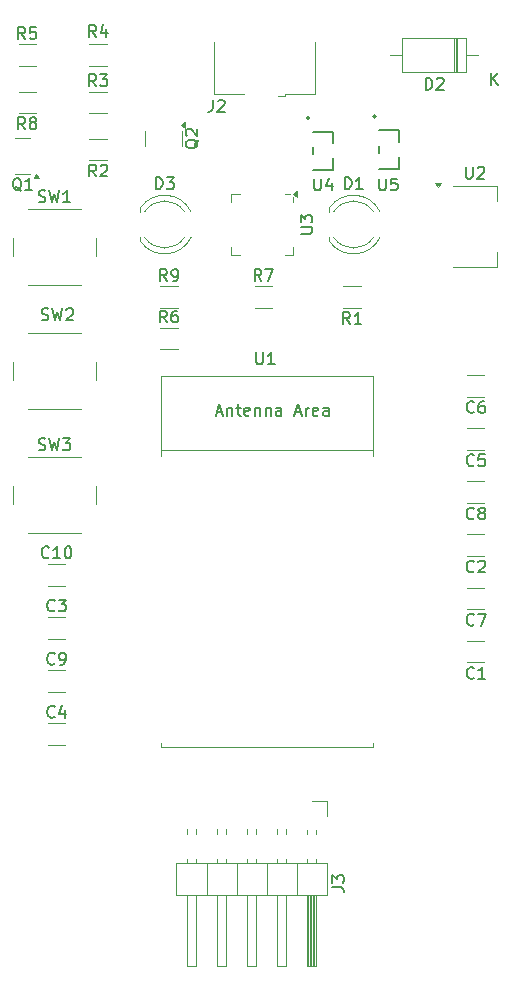
<source format=gbr>
%TF.GenerationSoftware,KiCad,Pcbnew,9.0.0*%
%TF.CreationDate,2025-03-28T11:35:54-04:00*%
%TF.ProjectId,Compute Node,436f6d70-7574-4652-904e-6f64652e6b69,rev?*%
%TF.SameCoordinates,Original*%
%TF.FileFunction,Legend,Top*%
%TF.FilePolarity,Positive*%
%FSLAX46Y46*%
G04 Gerber Fmt 4.6, Leading zero omitted, Abs format (unit mm)*
G04 Created by KiCad (PCBNEW 9.0.0) date 2025-03-28 11:35:54*
%MOMM*%
%LPD*%
G01*
G04 APERTURE LIST*
%ADD10C,0.150000*%
%ADD11C,0.120000*%
%ADD12C,0.152400*%
G04 APERTURE END LIST*
D10*
X65264819Y-87948333D02*
X65979104Y-87948333D01*
X65979104Y-87948333D02*
X66121961Y-87995952D01*
X66121961Y-87995952D02*
X66217200Y-88091190D01*
X66217200Y-88091190D02*
X66264819Y-88234047D01*
X66264819Y-88234047D02*
X66264819Y-88329285D01*
X65264819Y-87567380D02*
X65264819Y-86948333D01*
X65264819Y-86948333D02*
X65645771Y-87281666D01*
X65645771Y-87281666D02*
X65645771Y-87138809D01*
X65645771Y-87138809D02*
X65693390Y-87043571D01*
X65693390Y-87043571D02*
X65741009Y-86995952D01*
X65741009Y-86995952D02*
X65836247Y-86948333D01*
X65836247Y-86948333D02*
X66074342Y-86948333D01*
X66074342Y-86948333D02*
X66169580Y-86995952D01*
X66169580Y-86995952D02*
X66217200Y-87043571D01*
X66217200Y-87043571D02*
X66264819Y-87138809D01*
X66264819Y-87138809D02*
X66264819Y-87424523D01*
X66264819Y-87424523D02*
X66217200Y-87519761D01*
X66217200Y-87519761D02*
X66169580Y-87567380D01*
X41770833Y-69009580D02*
X41723214Y-69057200D01*
X41723214Y-69057200D02*
X41580357Y-69104819D01*
X41580357Y-69104819D02*
X41485119Y-69104819D01*
X41485119Y-69104819D02*
X41342262Y-69057200D01*
X41342262Y-69057200D02*
X41247024Y-68961961D01*
X41247024Y-68961961D02*
X41199405Y-68866723D01*
X41199405Y-68866723D02*
X41151786Y-68676247D01*
X41151786Y-68676247D02*
X41151786Y-68533390D01*
X41151786Y-68533390D02*
X41199405Y-68342914D01*
X41199405Y-68342914D02*
X41247024Y-68247676D01*
X41247024Y-68247676D02*
X41342262Y-68152438D01*
X41342262Y-68152438D02*
X41485119Y-68104819D01*
X41485119Y-68104819D02*
X41580357Y-68104819D01*
X41580357Y-68104819D02*
X41723214Y-68152438D01*
X41723214Y-68152438D02*
X41770833Y-68200057D01*
X42247024Y-69104819D02*
X42437500Y-69104819D01*
X42437500Y-69104819D02*
X42532738Y-69057200D01*
X42532738Y-69057200D02*
X42580357Y-69009580D01*
X42580357Y-69009580D02*
X42675595Y-68866723D01*
X42675595Y-68866723D02*
X42723214Y-68676247D01*
X42723214Y-68676247D02*
X42723214Y-68295295D01*
X42723214Y-68295295D02*
X42675595Y-68200057D01*
X42675595Y-68200057D02*
X42627976Y-68152438D01*
X42627976Y-68152438D02*
X42532738Y-68104819D01*
X42532738Y-68104819D02*
X42342262Y-68104819D01*
X42342262Y-68104819D02*
X42247024Y-68152438D01*
X42247024Y-68152438D02*
X42199405Y-68200057D01*
X42199405Y-68200057D02*
X42151786Y-68295295D01*
X42151786Y-68295295D02*
X42151786Y-68533390D01*
X42151786Y-68533390D02*
X42199405Y-68628628D01*
X42199405Y-68628628D02*
X42247024Y-68676247D01*
X42247024Y-68676247D02*
X42342262Y-68723866D01*
X42342262Y-68723866D02*
X42532738Y-68723866D01*
X42532738Y-68723866D02*
X42627976Y-68676247D01*
X42627976Y-68676247D02*
X42675595Y-68628628D01*
X42675595Y-68628628D02*
X42723214Y-68533390D01*
X40666667Y-39907200D02*
X40809524Y-39954819D01*
X40809524Y-39954819D02*
X41047619Y-39954819D01*
X41047619Y-39954819D02*
X41142857Y-39907200D01*
X41142857Y-39907200D02*
X41190476Y-39859580D01*
X41190476Y-39859580D02*
X41238095Y-39764342D01*
X41238095Y-39764342D02*
X41238095Y-39669104D01*
X41238095Y-39669104D02*
X41190476Y-39573866D01*
X41190476Y-39573866D02*
X41142857Y-39526247D01*
X41142857Y-39526247D02*
X41047619Y-39478628D01*
X41047619Y-39478628D02*
X40857143Y-39431009D01*
X40857143Y-39431009D02*
X40761905Y-39383390D01*
X40761905Y-39383390D02*
X40714286Y-39335771D01*
X40714286Y-39335771D02*
X40666667Y-39240533D01*
X40666667Y-39240533D02*
X40666667Y-39145295D01*
X40666667Y-39145295D02*
X40714286Y-39050057D01*
X40714286Y-39050057D02*
X40761905Y-39002438D01*
X40761905Y-39002438D02*
X40857143Y-38954819D01*
X40857143Y-38954819D02*
X41095238Y-38954819D01*
X41095238Y-38954819D02*
X41238095Y-39002438D01*
X41571429Y-38954819D02*
X41809524Y-39954819D01*
X41809524Y-39954819D02*
X42000000Y-39240533D01*
X42000000Y-39240533D02*
X42190476Y-39954819D01*
X42190476Y-39954819D02*
X42428572Y-38954819D01*
X42761905Y-39050057D02*
X42809524Y-39002438D01*
X42809524Y-39002438D02*
X42904762Y-38954819D01*
X42904762Y-38954819D02*
X43142857Y-38954819D01*
X43142857Y-38954819D02*
X43238095Y-39002438D01*
X43238095Y-39002438D02*
X43285714Y-39050057D01*
X43285714Y-39050057D02*
X43333333Y-39145295D01*
X43333333Y-39145295D02*
X43333333Y-39240533D01*
X43333333Y-39240533D02*
X43285714Y-39383390D01*
X43285714Y-39383390D02*
X42714286Y-39954819D01*
X42714286Y-39954819D02*
X43333333Y-39954819D01*
X51283333Y-36634819D02*
X50950000Y-36158628D01*
X50711905Y-36634819D02*
X50711905Y-35634819D01*
X50711905Y-35634819D02*
X51092857Y-35634819D01*
X51092857Y-35634819D02*
X51188095Y-35682438D01*
X51188095Y-35682438D02*
X51235714Y-35730057D01*
X51235714Y-35730057D02*
X51283333Y-35825295D01*
X51283333Y-35825295D02*
X51283333Y-35968152D01*
X51283333Y-35968152D02*
X51235714Y-36063390D01*
X51235714Y-36063390D02*
X51188095Y-36111009D01*
X51188095Y-36111009D02*
X51092857Y-36158628D01*
X51092857Y-36158628D02*
X50711905Y-36158628D01*
X51759524Y-36634819D02*
X51950000Y-36634819D01*
X51950000Y-36634819D02*
X52045238Y-36587200D01*
X52045238Y-36587200D02*
X52092857Y-36539580D01*
X52092857Y-36539580D02*
X52188095Y-36396723D01*
X52188095Y-36396723D02*
X52235714Y-36206247D01*
X52235714Y-36206247D02*
X52235714Y-35825295D01*
X52235714Y-35825295D02*
X52188095Y-35730057D01*
X52188095Y-35730057D02*
X52140476Y-35682438D01*
X52140476Y-35682438D02*
X52045238Y-35634819D01*
X52045238Y-35634819D02*
X51854762Y-35634819D01*
X51854762Y-35634819D02*
X51759524Y-35682438D01*
X51759524Y-35682438D02*
X51711905Y-35730057D01*
X51711905Y-35730057D02*
X51664286Y-35825295D01*
X51664286Y-35825295D02*
X51664286Y-36063390D01*
X51664286Y-36063390D02*
X51711905Y-36158628D01*
X51711905Y-36158628D02*
X51759524Y-36206247D01*
X51759524Y-36206247D02*
X51854762Y-36253866D01*
X51854762Y-36253866D02*
X52045238Y-36253866D01*
X52045238Y-36253866D02*
X52140476Y-36206247D01*
X52140476Y-36206247D02*
X52188095Y-36158628D01*
X52188095Y-36158628D02*
X52235714Y-36063390D01*
X45283333Y-27774819D02*
X44950000Y-27298628D01*
X44711905Y-27774819D02*
X44711905Y-26774819D01*
X44711905Y-26774819D02*
X45092857Y-26774819D01*
X45092857Y-26774819D02*
X45188095Y-26822438D01*
X45188095Y-26822438D02*
X45235714Y-26870057D01*
X45235714Y-26870057D02*
X45283333Y-26965295D01*
X45283333Y-26965295D02*
X45283333Y-27108152D01*
X45283333Y-27108152D02*
X45235714Y-27203390D01*
X45235714Y-27203390D02*
X45188095Y-27251009D01*
X45188095Y-27251009D02*
X45092857Y-27298628D01*
X45092857Y-27298628D02*
X44711905Y-27298628D01*
X45664286Y-26870057D02*
X45711905Y-26822438D01*
X45711905Y-26822438D02*
X45807143Y-26774819D01*
X45807143Y-26774819D02*
X46045238Y-26774819D01*
X46045238Y-26774819D02*
X46140476Y-26822438D01*
X46140476Y-26822438D02*
X46188095Y-26870057D01*
X46188095Y-26870057D02*
X46235714Y-26965295D01*
X46235714Y-26965295D02*
X46235714Y-27060533D01*
X46235714Y-27060533D02*
X46188095Y-27203390D01*
X46188095Y-27203390D02*
X45616667Y-27774819D01*
X45616667Y-27774819D02*
X46235714Y-27774819D01*
X55166666Y-21304819D02*
X55166666Y-22019104D01*
X55166666Y-22019104D02*
X55119047Y-22161961D01*
X55119047Y-22161961D02*
X55023809Y-22257200D01*
X55023809Y-22257200D02*
X54880952Y-22304819D01*
X54880952Y-22304819D02*
X54785714Y-22304819D01*
X55595238Y-21400057D02*
X55642857Y-21352438D01*
X55642857Y-21352438D02*
X55738095Y-21304819D01*
X55738095Y-21304819D02*
X55976190Y-21304819D01*
X55976190Y-21304819D02*
X56071428Y-21352438D01*
X56071428Y-21352438D02*
X56119047Y-21400057D01*
X56119047Y-21400057D02*
X56166666Y-21495295D01*
X56166666Y-21495295D02*
X56166666Y-21590533D01*
X56166666Y-21590533D02*
X56119047Y-21733390D01*
X56119047Y-21733390D02*
X55547619Y-22304819D01*
X55547619Y-22304819D02*
X56166666Y-22304819D01*
X41294642Y-60009580D02*
X41247023Y-60057200D01*
X41247023Y-60057200D02*
X41104166Y-60104819D01*
X41104166Y-60104819D02*
X41008928Y-60104819D01*
X41008928Y-60104819D02*
X40866071Y-60057200D01*
X40866071Y-60057200D02*
X40770833Y-59961961D01*
X40770833Y-59961961D02*
X40723214Y-59866723D01*
X40723214Y-59866723D02*
X40675595Y-59676247D01*
X40675595Y-59676247D02*
X40675595Y-59533390D01*
X40675595Y-59533390D02*
X40723214Y-59342914D01*
X40723214Y-59342914D02*
X40770833Y-59247676D01*
X40770833Y-59247676D02*
X40866071Y-59152438D01*
X40866071Y-59152438D02*
X41008928Y-59104819D01*
X41008928Y-59104819D02*
X41104166Y-59104819D01*
X41104166Y-59104819D02*
X41247023Y-59152438D01*
X41247023Y-59152438D02*
X41294642Y-59200057D01*
X42247023Y-60104819D02*
X41675595Y-60104819D01*
X41961309Y-60104819D02*
X41961309Y-59104819D01*
X41961309Y-59104819D02*
X41866071Y-59247676D01*
X41866071Y-59247676D02*
X41770833Y-59342914D01*
X41770833Y-59342914D02*
X41675595Y-59390533D01*
X42866071Y-59104819D02*
X42961309Y-59104819D01*
X42961309Y-59104819D02*
X43056547Y-59152438D01*
X43056547Y-59152438D02*
X43104166Y-59200057D01*
X43104166Y-59200057D02*
X43151785Y-59295295D01*
X43151785Y-59295295D02*
X43199404Y-59485771D01*
X43199404Y-59485771D02*
X43199404Y-59723866D01*
X43199404Y-59723866D02*
X43151785Y-59914342D01*
X43151785Y-59914342D02*
X43104166Y-60009580D01*
X43104166Y-60009580D02*
X43056547Y-60057200D01*
X43056547Y-60057200D02*
X42961309Y-60104819D01*
X42961309Y-60104819D02*
X42866071Y-60104819D01*
X42866071Y-60104819D02*
X42770833Y-60057200D01*
X42770833Y-60057200D02*
X42723214Y-60009580D01*
X42723214Y-60009580D02*
X42675595Y-59914342D01*
X42675595Y-59914342D02*
X42627976Y-59723866D01*
X42627976Y-59723866D02*
X42627976Y-59485771D01*
X42627976Y-59485771D02*
X42675595Y-59295295D01*
X42675595Y-59295295D02*
X42723214Y-59200057D01*
X42723214Y-59200057D02*
X42770833Y-59152438D01*
X42770833Y-59152438D02*
X42866071Y-59104819D01*
X45283333Y-20134819D02*
X44950000Y-19658628D01*
X44711905Y-20134819D02*
X44711905Y-19134819D01*
X44711905Y-19134819D02*
X45092857Y-19134819D01*
X45092857Y-19134819D02*
X45188095Y-19182438D01*
X45188095Y-19182438D02*
X45235714Y-19230057D01*
X45235714Y-19230057D02*
X45283333Y-19325295D01*
X45283333Y-19325295D02*
X45283333Y-19468152D01*
X45283333Y-19468152D02*
X45235714Y-19563390D01*
X45235714Y-19563390D02*
X45188095Y-19611009D01*
X45188095Y-19611009D02*
X45092857Y-19658628D01*
X45092857Y-19658628D02*
X44711905Y-19658628D01*
X45616667Y-19134819D02*
X46235714Y-19134819D01*
X46235714Y-19134819D02*
X45902381Y-19515771D01*
X45902381Y-19515771D02*
X46045238Y-19515771D01*
X46045238Y-19515771D02*
X46140476Y-19563390D01*
X46140476Y-19563390D02*
X46188095Y-19611009D01*
X46188095Y-19611009D02*
X46235714Y-19706247D01*
X46235714Y-19706247D02*
X46235714Y-19944342D01*
X46235714Y-19944342D02*
X46188095Y-20039580D01*
X46188095Y-20039580D02*
X46140476Y-20087200D01*
X46140476Y-20087200D02*
X46045238Y-20134819D01*
X46045238Y-20134819D02*
X45759524Y-20134819D01*
X45759524Y-20134819D02*
X45664286Y-20087200D01*
X45664286Y-20087200D02*
X45616667Y-20039580D01*
X77270833Y-52209580D02*
X77223214Y-52257200D01*
X77223214Y-52257200D02*
X77080357Y-52304819D01*
X77080357Y-52304819D02*
X76985119Y-52304819D01*
X76985119Y-52304819D02*
X76842262Y-52257200D01*
X76842262Y-52257200D02*
X76747024Y-52161961D01*
X76747024Y-52161961D02*
X76699405Y-52066723D01*
X76699405Y-52066723D02*
X76651786Y-51876247D01*
X76651786Y-51876247D02*
X76651786Y-51733390D01*
X76651786Y-51733390D02*
X76699405Y-51542914D01*
X76699405Y-51542914D02*
X76747024Y-51447676D01*
X76747024Y-51447676D02*
X76842262Y-51352438D01*
X76842262Y-51352438D02*
X76985119Y-51304819D01*
X76985119Y-51304819D02*
X77080357Y-51304819D01*
X77080357Y-51304819D02*
X77223214Y-51352438D01*
X77223214Y-51352438D02*
X77270833Y-51400057D01*
X78175595Y-51304819D02*
X77699405Y-51304819D01*
X77699405Y-51304819D02*
X77651786Y-51781009D01*
X77651786Y-51781009D02*
X77699405Y-51733390D01*
X77699405Y-51733390D02*
X77794643Y-51685771D01*
X77794643Y-51685771D02*
X78032738Y-51685771D01*
X78032738Y-51685771D02*
X78127976Y-51733390D01*
X78127976Y-51733390D02*
X78175595Y-51781009D01*
X78175595Y-51781009D02*
X78223214Y-51876247D01*
X78223214Y-51876247D02*
X78223214Y-52114342D01*
X78223214Y-52114342D02*
X78175595Y-52209580D01*
X78175595Y-52209580D02*
X78127976Y-52257200D01*
X78127976Y-52257200D02*
X78032738Y-52304819D01*
X78032738Y-52304819D02*
X77794643Y-52304819D01*
X77794643Y-52304819D02*
X77699405Y-52257200D01*
X77699405Y-52257200D02*
X77651786Y-52209580D01*
X59283333Y-36634819D02*
X58950000Y-36158628D01*
X58711905Y-36634819D02*
X58711905Y-35634819D01*
X58711905Y-35634819D02*
X59092857Y-35634819D01*
X59092857Y-35634819D02*
X59188095Y-35682438D01*
X59188095Y-35682438D02*
X59235714Y-35730057D01*
X59235714Y-35730057D02*
X59283333Y-35825295D01*
X59283333Y-35825295D02*
X59283333Y-35968152D01*
X59283333Y-35968152D02*
X59235714Y-36063390D01*
X59235714Y-36063390D02*
X59188095Y-36111009D01*
X59188095Y-36111009D02*
X59092857Y-36158628D01*
X59092857Y-36158628D02*
X58711905Y-36158628D01*
X59616667Y-35634819D02*
X60283333Y-35634819D01*
X60283333Y-35634819D02*
X59854762Y-36634819D01*
X77270833Y-61209580D02*
X77223214Y-61257200D01*
X77223214Y-61257200D02*
X77080357Y-61304819D01*
X77080357Y-61304819D02*
X76985119Y-61304819D01*
X76985119Y-61304819D02*
X76842262Y-61257200D01*
X76842262Y-61257200D02*
X76747024Y-61161961D01*
X76747024Y-61161961D02*
X76699405Y-61066723D01*
X76699405Y-61066723D02*
X76651786Y-60876247D01*
X76651786Y-60876247D02*
X76651786Y-60733390D01*
X76651786Y-60733390D02*
X76699405Y-60542914D01*
X76699405Y-60542914D02*
X76747024Y-60447676D01*
X76747024Y-60447676D02*
X76842262Y-60352438D01*
X76842262Y-60352438D02*
X76985119Y-60304819D01*
X76985119Y-60304819D02*
X77080357Y-60304819D01*
X77080357Y-60304819D02*
X77223214Y-60352438D01*
X77223214Y-60352438D02*
X77270833Y-60400057D01*
X77651786Y-60400057D02*
X77699405Y-60352438D01*
X77699405Y-60352438D02*
X77794643Y-60304819D01*
X77794643Y-60304819D02*
X78032738Y-60304819D01*
X78032738Y-60304819D02*
X78127976Y-60352438D01*
X78127976Y-60352438D02*
X78175595Y-60400057D01*
X78175595Y-60400057D02*
X78223214Y-60495295D01*
X78223214Y-60495295D02*
X78223214Y-60590533D01*
X78223214Y-60590533D02*
X78175595Y-60733390D01*
X78175595Y-60733390D02*
X77604167Y-61304819D01*
X77604167Y-61304819D02*
X78223214Y-61304819D01*
X38967261Y-29000057D02*
X38872023Y-28952438D01*
X38872023Y-28952438D02*
X38776785Y-28857200D01*
X38776785Y-28857200D02*
X38633928Y-28714342D01*
X38633928Y-28714342D02*
X38538690Y-28666723D01*
X38538690Y-28666723D02*
X38443452Y-28666723D01*
X38491071Y-28904819D02*
X38395833Y-28857200D01*
X38395833Y-28857200D02*
X38300595Y-28761961D01*
X38300595Y-28761961D02*
X38252976Y-28571485D01*
X38252976Y-28571485D02*
X38252976Y-28238152D01*
X38252976Y-28238152D02*
X38300595Y-28047676D01*
X38300595Y-28047676D02*
X38395833Y-27952438D01*
X38395833Y-27952438D02*
X38491071Y-27904819D01*
X38491071Y-27904819D02*
X38681547Y-27904819D01*
X38681547Y-27904819D02*
X38776785Y-27952438D01*
X38776785Y-27952438D02*
X38872023Y-28047676D01*
X38872023Y-28047676D02*
X38919642Y-28238152D01*
X38919642Y-28238152D02*
X38919642Y-28571485D01*
X38919642Y-28571485D02*
X38872023Y-28761961D01*
X38872023Y-28761961D02*
X38776785Y-28857200D01*
X38776785Y-28857200D02*
X38681547Y-28904819D01*
X38681547Y-28904819D02*
X38491071Y-28904819D01*
X39872023Y-28904819D02*
X39300595Y-28904819D01*
X39586309Y-28904819D02*
X39586309Y-27904819D01*
X39586309Y-27904819D02*
X39491071Y-28047676D01*
X39491071Y-28047676D02*
X39395833Y-28142914D01*
X39395833Y-28142914D02*
X39300595Y-28190533D01*
X77270833Y-47709580D02*
X77223214Y-47757200D01*
X77223214Y-47757200D02*
X77080357Y-47804819D01*
X77080357Y-47804819D02*
X76985119Y-47804819D01*
X76985119Y-47804819D02*
X76842262Y-47757200D01*
X76842262Y-47757200D02*
X76747024Y-47661961D01*
X76747024Y-47661961D02*
X76699405Y-47566723D01*
X76699405Y-47566723D02*
X76651786Y-47376247D01*
X76651786Y-47376247D02*
X76651786Y-47233390D01*
X76651786Y-47233390D02*
X76699405Y-47042914D01*
X76699405Y-47042914D02*
X76747024Y-46947676D01*
X76747024Y-46947676D02*
X76842262Y-46852438D01*
X76842262Y-46852438D02*
X76985119Y-46804819D01*
X76985119Y-46804819D02*
X77080357Y-46804819D01*
X77080357Y-46804819D02*
X77223214Y-46852438D01*
X77223214Y-46852438D02*
X77270833Y-46900057D01*
X78127976Y-46804819D02*
X77937500Y-46804819D01*
X77937500Y-46804819D02*
X77842262Y-46852438D01*
X77842262Y-46852438D02*
X77794643Y-46900057D01*
X77794643Y-46900057D02*
X77699405Y-47042914D01*
X77699405Y-47042914D02*
X77651786Y-47233390D01*
X77651786Y-47233390D02*
X77651786Y-47614342D01*
X77651786Y-47614342D02*
X77699405Y-47709580D01*
X77699405Y-47709580D02*
X77747024Y-47757200D01*
X77747024Y-47757200D02*
X77842262Y-47804819D01*
X77842262Y-47804819D02*
X78032738Y-47804819D01*
X78032738Y-47804819D02*
X78127976Y-47757200D01*
X78127976Y-47757200D02*
X78175595Y-47709580D01*
X78175595Y-47709580D02*
X78223214Y-47614342D01*
X78223214Y-47614342D02*
X78223214Y-47376247D01*
X78223214Y-47376247D02*
X78175595Y-47281009D01*
X78175595Y-47281009D02*
X78127976Y-47233390D01*
X78127976Y-47233390D02*
X78032738Y-47185771D01*
X78032738Y-47185771D02*
X77842262Y-47185771D01*
X77842262Y-47185771D02*
X77747024Y-47233390D01*
X77747024Y-47233390D02*
X77699405Y-47281009D01*
X77699405Y-47281009D02*
X77651786Y-47376247D01*
X40416667Y-29907200D02*
X40559524Y-29954819D01*
X40559524Y-29954819D02*
X40797619Y-29954819D01*
X40797619Y-29954819D02*
X40892857Y-29907200D01*
X40892857Y-29907200D02*
X40940476Y-29859580D01*
X40940476Y-29859580D02*
X40988095Y-29764342D01*
X40988095Y-29764342D02*
X40988095Y-29669104D01*
X40988095Y-29669104D02*
X40940476Y-29573866D01*
X40940476Y-29573866D02*
X40892857Y-29526247D01*
X40892857Y-29526247D02*
X40797619Y-29478628D01*
X40797619Y-29478628D02*
X40607143Y-29431009D01*
X40607143Y-29431009D02*
X40511905Y-29383390D01*
X40511905Y-29383390D02*
X40464286Y-29335771D01*
X40464286Y-29335771D02*
X40416667Y-29240533D01*
X40416667Y-29240533D02*
X40416667Y-29145295D01*
X40416667Y-29145295D02*
X40464286Y-29050057D01*
X40464286Y-29050057D02*
X40511905Y-29002438D01*
X40511905Y-29002438D02*
X40607143Y-28954819D01*
X40607143Y-28954819D02*
X40845238Y-28954819D01*
X40845238Y-28954819D02*
X40988095Y-29002438D01*
X41321429Y-28954819D02*
X41559524Y-29954819D01*
X41559524Y-29954819D02*
X41750000Y-29240533D01*
X41750000Y-29240533D02*
X41940476Y-29954819D01*
X41940476Y-29954819D02*
X42178572Y-28954819D01*
X43083333Y-29954819D02*
X42511905Y-29954819D01*
X42797619Y-29954819D02*
X42797619Y-28954819D01*
X42797619Y-28954819D02*
X42702381Y-29097676D01*
X42702381Y-29097676D02*
X42607143Y-29192914D01*
X42607143Y-29192914D02*
X42511905Y-29240533D01*
X69238095Y-27954819D02*
X69238095Y-28764342D01*
X69238095Y-28764342D02*
X69285714Y-28859580D01*
X69285714Y-28859580D02*
X69333333Y-28907200D01*
X69333333Y-28907200D02*
X69428571Y-28954819D01*
X69428571Y-28954819D02*
X69619047Y-28954819D01*
X69619047Y-28954819D02*
X69714285Y-28907200D01*
X69714285Y-28907200D02*
X69761904Y-28859580D01*
X69761904Y-28859580D02*
X69809523Y-28764342D01*
X69809523Y-28764342D02*
X69809523Y-27954819D01*
X70761904Y-27954819D02*
X70285714Y-27954819D01*
X70285714Y-27954819D02*
X70238095Y-28431009D01*
X70238095Y-28431009D02*
X70285714Y-28383390D01*
X70285714Y-28383390D02*
X70380952Y-28335771D01*
X70380952Y-28335771D02*
X70619047Y-28335771D01*
X70619047Y-28335771D02*
X70714285Y-28383390D01*
X70714285Y-28383390D02*
X70761904Y-28431009D01*
X70761904Y-28431009D02*
X70809523Y-28526247D01*
X70809523Y-28526247D02*
X70809523Y-28764342D01*
X70809523Y-28764342D02*
X70761904Y-28859580D01*
X70761904Y-28859580D02*
X70714285Y-28907200D01*
X70714285Y-28907200D02*
X70619047Y-28954819D01*
X70619047Y-28954819D02*
X70380952Y-28954819D01*
X70380952Y-28954819D02*
X70285714Y-28907200D01*
X70285714Y-28907200D02*
X70238095Y-28859580D01*
X41770833Y-64509580D02*
X41723214Y-64557200D01*
X41723214Y-64557200D02*
X41580357Y-64604819D01*
X41580357Y-64604819D02*
X41485119Y-64604819D01*
X41485119Y-64604819D02*
X41342262Y-64557200D01*
X41342262Y-64557200D02*
X41247024Y-64461961D01*
X41247024Y-64461961D02*
X41199405Y-64366723D01*
X41199405Y-64366723D02*
X41151786Y-64176247D01*
X41151786Y-64176247D02*
X41151786Y-64033390D01*
X41151786Y-64033390D02*
X41199405Y-63842914D01*
X41199405Y-63842914D02*
X41247024Y-63747676D01*
X41247024Y-63747676D02*
X41342262Y-63652438D01*
X41342262Y-63652438D02*
X41485119Y-63604819D01*
X41485119Y-63604819D02*
X41580357Y-63604819D01*
X41580357Y-63604819D02*
X41723214Y-63652438D01*
X41723214Y-63652438D02*
X41770833Y-63700057D01*
X42104167Y-63604819D02*
X42723214Y-63604819D01*
X42723214Y-63604819D02*
X42389881Y-63985771D01*
X42389881Y-63985771D02*
X42532738Y-63985771D01*
X42532738Y-63985771D02*
X42627976Y-64033390D01*
X42627976Y-64033390D02*
X42675595Y-64081009D01*
X42675595Y-64081009D02*
X42723214Y-64176247D01*
X42723214Y-64176247D02*
X42723214Y-64414342D01*
X42723214Y-64414342D02*
X42675595Y-64509580D01*
X42675595Y-64509580D02*
X42627976Y-64557200D01*
X42627976Y-64557200D02*
X42532738Y-64604819D01*
X42532738Y-64604819D02*
X42247024Y-64604819D01*
X42247024Y-64604819D02*
X42151786Y-64557200D01*
X42151786Y-64557200D02*
X42104167Y-64509580D01*
X73181905Y-20424819D02*
X73181905Y-19424819D01*
X73181905Y-19424819D02*
X73420000Y-19424819D01*
X73420000Y-19424819D02*
X73562857Y-19472438D01*
X73562857Y-19472438D02*
X73658095Y-19567676D01*
X73658095Y-19567676D02*
X73705714Y-19662914D01*
X73705714Y-19662914D02*
X73753333Y-19853390D01*
X73753333Y-19853390D02*
X73753333Y-19996247D01*
X73753333Y-19996247D02*
X73705714Y-20186723D01*
X73705714Y-20186723D02*
X73658095Y-20281961D01*
X73658095Y-20281961D02*
X73562857Y-20377200D01*
X73562857Y-20377200D02*
X73420000Y-20424819D01*
X73420000Y-20424819D02*
X73181905Y-20424819D01*
X74134286Y-19520057D02*
X74181905Y-19472438D01*
X74181905Y-19472438D02*
X74277143Y-19424819D01*
X74277143Y-19424819D02*
X74515238Y-19424819D01*
X74515238Y-19424819D02*
X74610476Y-19472438D01*
X74610476Y-19472438D02*
X74658095Y-19520057D01*
X74658095Y-19520057D02*
X74705714Y-19615295D01*
X74705714Y-19615295D02*
X74705714Y-19710533D01*
X74705714Y-19710533D02*
X74658095Y-19853390D01*
X74658095Y-19853390D02*
X74086667Y-20424819D01*
X74086667Y-20424819D02*
X74705714Y-20424819D01*
X78738095Y-20054819D02*
X78738095Y-19054819D01*
X79309523Y-20054819D02*
X78880952Y-19483390D01*
X79309523Y-19054819D02*
X78738095Y-19626247D01*
X62604819Y-32611904D02*
X63414342Y-32611904D01*
X63414342Y-32611904D02*
X63509580Y-32564285D01*
X63509580Y-32564285D02*
X63557200Y-32516666D01*
X63557200Y-32516666D02*
X63604819Y-32421428D01*
X63604819Y-32421428D02*
X63604819Y-32230952D01*
X63604819Y-32230952D02*
X63557200Y-32135714D01*
X63557200Y-32135714D02*
X63509580Y-32088095D01*
X63509580Y-32088095D02*
X63414342Y-32040476D01*
X63414342Y-32040476D02*
X62604819Y-32040476D01*
X62604819Y-31659523D02*
X62604819Y-31040476D01*
X62604819Y-31040476D02*
X62985771Y-31373809D01*
X62985771Y-31373809D02*
X62985771Y-31230952D01*
X62985771Y-31230952D02*
X63033390Y-31135714D01*
X63033390Y-31135714D02*
X63081009Y-31088095D01*
X63081009Y-31088095D02*
X63176247Y-31040476D01*
X63176247Y-31040476D02*
X63414342Y-31040476D01*
X63414342Y-31040476D02*
X63509580Y-31088095D01*
X63509580Y-31088095D02*
X63557200Y-31135714D01*
X63557200Y-31135714D02*
X63604819Y-31230952D01*
X63604819Y-31230952D02*
X63604819Y-31516666D01*
X63604819Y-31516666D02*
X63557200Y-31611904D01*
X63557200Y-31611904D02*
X63509580Y-31659523D01*
X77270833Y-65709580D02*
X77223214Y-65757200D01*
X77223214Y-65757200D02*
X77080357Y-65804819D01*
X77080357Y-65804819D02*
X76985119Y-65804819D01*
X76985119Y-65804819D02*
X76842262Y-65757200D01*
X76842262Y-65757200D02*
X76747024Y-65661961D01*
X76747024Y-65661961D02*
X76699405Y-65566723D01*
X76699405Y-65566723D02*
X76651786Y-65376247D01*
X76651786Y-65376247D02*
X76651786Y-65233390D01*
X76651786Y-65233390D02*
X76699405Y-65042914D01*
X76699405Y-65042914D02*
X76747024Y-64947676D01*
X76747024Y-64947676D02*
X76842262Y-64852438D01*
X76842262Y-64852438D02*
X76985119Y-64804819D01*
X76985119Y-64804819D02*
X77080357Y-64804819D01*
X77080357Y-64804819D02*
X77223214Y-64852438D01*
X77223214Y-64852438D02*
X77270833Y-64900057D01*
X77604167Y-64804819D02*
X78270833Y-64804819D01*
X78270833Y-64804819D02*
X77842262Y-65804819D01*
X58848095Y-42669819D02*
X58848095Y-43479342D01*
X58848095Y-43479342D02*
X58895714Y-43574580D01*
X58895714Y-43574580D02*
X58943333Y-43622200D01*
X58943333Y-43622200D02*
X59038571Y-43669819D01*
X59038571Y-43669819D02*
X59229047Y-43669819D01*
X59229047Y-43669819D02*
X59324285Y-43622200D01*
X59324285Y-43622200D02*
X59371904Y-43574580D01*
X59371904Y-43574580D02*
X59419523Y-43479342D01*
X59419523Y-43479342D02*
X59419523Y-42669819D01*
X60419523Y-43669819D02*
X59848095Y-43669819D01*
X60133809Y-43669819D02*
X60133809Y-42669819D01*
X60133809Y-42669819D02*
X60038571Y-42812676D01*
X60038571Y-42812676D02*
X59943333Y-42907914D01*
X59943333Y-42907914D02*
X59848095Y-42955533D01*
X55488094Y-47734104D02*
X55964284Y-47734104D01*
X55392856Y-48019819D02*
X55726189Y-47019819D01*
X55726189Y-47019819D02*
X56059522Y-48019819D01*
X56392856Y-47353152D02*
X56392856Y-48019819D01*
X56392856Y-47448390D02*
X56440475Y-47400771D01*
X56440475Y-47400771D02*
X56535713Y-47353152D01*
X56535713Y-47353152D02*
X56678570Y-47353152D01*
X56678570Y-47353152D02*
X56773808Y-47400771D01*
X56773808Y-47400771D02*
X56821427Y-47496009D01*
X56821427Y-47496009D02*
X56821427Y-48019819D01*
X57154761Y-47353152D02*
X57535713Y-47353152D01*
X57297618Y-47019819D02*
X57297618Y-47876961D01*
X57297618Y-47876961D02*
X57345237Y-47972200D01*
X57345237Y-47972200D02*
X57440475Y-48019819D01*
X57440475Y-48019819D02*
X57535713Y-48019819D01*
X58249999Y-47972200D02*
X58154761Y-48019819D01*
X58154761Y-48019819D02*
X57964285Y-48019819D01*
X57964285Y-48019819D02*
X57869047Y-47972200D01*
X57869047Y-47972200D02*
X57821428Y-47876961D01*
X57821428Y-47876961D02*
X57821428Y-47496009D01*
X57821428Y-47496009D02*
X57869047Y-47400771D01*
X57869047Y-47400771D02*
X57964285Y-47353152D01*
X57964285Y-47353152D02*
X58154761Y-47353152D01*
X58154761Y-47353152D02*
X58249999Y-47400771D01*
X58249999Y-47400771D02*
X58297618Y-47496009D01*
X58297618Y-47496009D02*
X58297618Y-47591247D01*
X58297618Y-47591247D02*
X57821428Y-47686485D01*
X58726190Y-47353152D02*
X58726190Y-48019819D01*
X58726190Y-47448390D02*
X58773809Y-47400771D01*
X58773809Y-47400771D02*
X58869047Y-47353152D01*
X58869047Y-47353152D02*
X59011904Y-47353152D01*
X59011904Y-47353152D02*
X59107142Y-47400771D01*
X59107142Y-47400771D02*
X59154761Y-47496009D01*
X59154761Y-47496009D02*
X59154761Y-48019819D01*
X59630952Y-47353152D02*
X59630952Y-48019819D01*
X59630952Y-47448390D02*
X59678571Y-47400771D01*
X59678571Y-47400771D02*
X59773809Y-47353152D01*
X59773809Y-47353152D02*
X59916666Y-47353152D01*
X59916666Y-47353152D02*
X60011904Y-47400771D01*
X60011904Y-47400771D02*
X60059523Y-47496009D01*
X60059523Y-47496009D02*
X60059523Y-48019819D01*
X60964285Y-48019819D02*
X60964285Y-47496009D01*
X60964285Y-47496009D02*
X60916666Y-47400771D01*
X60916666Y-47400771D02*
X60821428Y-47353152D01*
X60821428Y-47353152D02*
X60630952Y-47353152D01*
X60630952Y-47353152D02*
X60535714Y-47400771D01*
X60964285Y-47972200D02*
X60869047Y-48019819D01*
X60869047Y-48019819D02*
X60630952Y-48019819D01*
X60630952Y-48019819D02*
X60535714Y-47972200D01*
X60535714Y-47972200D02*
X60488095Y-47876961D01*
X60488095Y-47876961D02*
X60488095Y-47781723D01*
X60488095Y-47781723D02*
X60535714Y-47686485D01*
X60535714Y-47686485D02*
X60630952Y-47638866D01*
X60630952Y-47638866D02*
X60869047Y-47638866D01*
X60869047Y-47638866D02*
X60964285Y-47591247D01*
X62154762Y-47734104D02*
X62630952Y-47734104D01*
X62059524Y-48019819D02*
X62392857Y-47019819D01*
X62392857Y-47019819D02*
X62726190Y-48019819D01*
X63059524Y-48019819D02*
X63059524Y-47353152D01*
X63059524Y-47543628D02*
X63107143Y-47448390D01*
X63107143Y-47448390D02*
X63154762Y-47400771D01*
X63154762Y-47400771D02*
X63250000Y-47353152D01*
X63250000Y-47353152D02*
X63345238Y-47353152D01*
X64059524Y-47972200D02*
X63964286Y-48019819D01*
X63964286Y-48019819D02*
X63773810Y-48019819D01*
X63773810Y-48019819D02*
X63678572Y-47972200D01*
X63678572Y-47972200D02*
X63630953Y-47876961D01*
X63630953Y-47876961D02*
X63630953Y-47496009D01*
X63630953Y-47496009D02*
X63678572Y-47400771D01*
X63678572Y-47400771D02*
X63773810Y-47353152D01*
X63773810Y-47353152D02*
X63964286Y-47353152D01*
X63964286Y-47353152D02*
X64059524Y-47400771D01*
X64059524Y-47400771D02*
X64107143Y-47496009D01*
X64107143Y-47496009D02*
X64107143Y-47591247D01*
X64107143Y-47591247D02*
X63630953Y-47686485D01*
X64964286Y-48019819D02*
X64964286Y-47496009D01*
X64964286Y-47496009D02*
X64916667Y-47400771D01*
X64916667Y-47400771D02*
X64821429Y-47353152D01*
X64821429Y-47353152D02*
X64630953Y-47353152D01*
X64630953Y-47353152D02*
X64535715Y-47400771D01*
X64964286Y-47972200D02*
X64869048Y-48019819D01*
X64869048Y-48019819D02*
X64630953Y-48019819D01*
X64630953Y-48019819D02*
X64535715Y-47972200D01*
X64535715Y-47972200D02*
X64488096Y-47876961D01*
X64488096Y-47876961D02*
X64488096Y-47781723D01*
X64488096Y-47781723D02*
X64535715Y-47686485D01*
X64535715Y-47686485D02*
X64630953Y-47638866D01*
X64630953Y-47638866D02*
X64869048Y-47638866D01*
X64869048Y-47638866D02*
X64964286Y-47591247D01*
X77270833Y-70209580D02*
X77223214Y-70257200D01*
X77223214Y-70257200D02*
X77080357Y-70304819D01*
X77080357Y-70304819D02*
X76985119Y-70304819D01*
X76985119Y-70304819D02*
X76842262Y-70257200D01*
X76842262Y-70257200D02*
X76747024Y-70161961D01*
X76747024Y-70161961D02*
X76699405Y-70066723D01*
X76699405Y-70066723D02*
X76651786Y-69876247D01*
X76651786Y-69876247D02*
X76651786Y-69733390D01*
X76651786Y-69733390D02*
X76699405Y-69542914D01*
X76699405Y-69542914D02*
X76747024Y-69447676D01*
X76747024Y-69447676D02*
X76842262Y-69352438D01*
X76842262Y-69352438D02*
X76985119Y-69304819D01*
X76985119Y-69304819D02*
X77080357Y-69304819D01*
X77080357Y-69304819D02*
X77223214Y-69352438D01*
X77223214Y-69352438D02*
X77270833Y-69400057D01*
X78223214Y-70304819D02*
X77651786Y-70304819D01*
X77937500Y-70304819D02*
X77937500Y-69304819D01*
X77937500Y-69304819D02*
X77842262Y-69447676D01*
X77842262Y-69447676D02*
X77747024Y-69542914D01*
X77747024Y-69542914D02*
X77651786Y-69590533D01*
X63738095Y-27954819D02*
X63738095Y-28764342D01*
X63738095Y-28764342D02*
X63785714Y-28859580D01*
X63785714Y-28859580D02*
X63833333Y-28907200D01*
X63833333Y-28907200D02*
X63928571Y-28954819D01*
X63928571Y-28954819D02*
X64119047Y-28954819D01*
X64119047Y-28954819D02*
X64214285Y-28907200D01*
X64214285Y-28907200D02*
X64261904Y-28859580D01*
X64261904Y-28859580D02*
X64309523Y-28764342D01*
X64309523Y-28764342D02*
X64309523Y-27954819D01*
X65214285Y-28288152D02*
X65214285Y-28954819D01*
X64976190Y-27907200D02*
X64738095Y-28621485D01*
X64738095Y-28621485D02*
X65357142Y-28621485D01*
X76588095Y-26954819D02*
X76588095Y-27764342D01*
X76588095Y-27764342D02*
X76635714Y-27859580D01*
X76635714Y-27859580D02*
X76683333Y-27907200D01*
X76683333Y-27907200D02*
X76778571Y-27954819D01*
X76778571Y-27954819D02*
X76969047Y-27954819D01*
X76969047Y-27954819D02*
X77064285Y-27907200D01*
X77064285Y-27907200D02*
X77111904Y-27859580D01*
X77111904Y-27859580D02*
X77159523Y-27764342D01*
X77159523Y-27764342D02*
X77159523Y-26954819D01*
X77588095Y-27050057D02*
X77635714Y-27002438D01*
X77635714Y-27002438D02*
X77730952Y-26954819D01*
X77730952Y-26954819D02*
X77969047Y-26954819D01*
X77969047Y-26954819D02*
X78064285Y-27002438D01*
X78064285Y-27002438D02*
X78111904Y-27050057D01*
X78111904Y-27050057D02*
X78159523Y-27145295D01*
X78159523Y-27145295D02*
X78159523Y-27240533D01*
X78159523Y-27240533D02*
X78111904Y-27383390D01*
X78111904Y-27383390D02*
X77540476Y-27954819D01*
X77540476Y-27954819D02*
X78159523Y-27954819D01*
X39283333Y-23774819D02*
X38950000Y-23298628D01*
X38711905Y-23774819D02*
X38711905Y-22774819D01*
X38711905Y-22774819D02*
X39092857Y-22774819D01*
X39092857Y-22774819D02*
X39188095Y-22822438D01*
X39188095Y-22822438D02*
X39235714Y-22870057D01*
X39235714Y-22870057D02*
X39283333Y-22965295D01*
X39283333Y-22965295D02*
X39283333Y-23108152D01*
X39283333Y-23108152D02*
X39235714Y-23203390D01*
X39235714Y-23203390D02*
X39188095Y-23251009D01*
X39188095Y-23251009D02*
X39092857Y-23298628D01*
X39092857Y-23298628D02*
X38711905Y-23298628D01*
X39854762Y-23203390D02*
X39759524Y-23155771D01*
X39759524Y-23155771D02*
X39711905Y-23108152D01*
X39711905Y-23108152D02*
X39664286Y-23012914D01*
X39664286Y-23012914D02*
X39664286Y-22965295D01*
X39664286Y-22965295D02*
X39711905Y-22870057D01*
X39711905Y-22870057D02*
X39759524Y-22822438D01*
X39759524Y-22822438D02*
X39854762Y-22774819D01*
X39854762Y-22774819D02*
X40045238Y-22774819D01*
X40045238Y-22774819D02*
X40140476Y-22822438D01*
X40140476Y-22822438D02*
X40188095Y-22870057D01*
X40188095Y-22870057D02*
X40235714Y-22965295D01*
X40235714Y-22965295D02*
X40235714Y-23012914D01*
X40235714Y-23012914D02*
X40188095Y-23108152D01*
X40188095Y-23108152D02*
X40140476Y-23155771D01*
X40140476Y-23155771D02*
X40045238Y-23203390D01*
X40045238Y-23203390D02*
X39854762Y-23203390D01*
X39854762Y-23203390D02*
X39759524Y-23251009D01*
X39759524Y-23251009D02*
X39711905Y-23298628D01*
X39711905Y-23298628D02*
X39664286Y-23393866D01*
X39664286Y-23393866D02*
X39664286Y-23584342D01*
X39664286Y-23584342D02*
X39711905Y-23679580D01*
X39711905Y-23679580D02*
X39759524Y-23727200D01*
X39759524Y-23727200D02*
X39854762Y-23774819D01*
X39854762Y-23774819D02*
X40045238Y-23774819D01*
X40045238Y-23774819D02*
X40140476Y-23727200D01*
X40140476Y-23727200D02*
X40188095Y-23679580D01*
X40188095Y-23679580D02*
X40235714Y-23584342D01*
X40235714Y-23584342D02*
X40235714Y-23393866D01*
X40235714Y-23393866D02*
X40188095Y-23298628D01*
X40188095Y-23298628D02*
X40140476Y-23251009D01*
X40140476Y-23251009D02*
X40045238Y-23203390D01*
X51283333Y-40134819D02*
X50950000Y-39658628D01*
X50711905Y-40134819D02*
X50711905Y-39134819D01*
X50711905Y-39134819D02*
X51092857Y-39134819D01*
X51092857Y-39134819D02*
X51188095Y-39182438D01*
X51188095Y-39182438D02*
X51235714Y-39230057D01*
X51235714Y-39230057D02*
X51283333Y-39325295D01*
X51283333Y-39325295D02*
X51283333Y-39468152D01*
X51283333Y-39468152D02*
X51235714Y-39563390D01*
X51235714Y-39563390D02*
X51188095Y-39611009D01*
X51188095Y-39611009D02*
X51092857Y-39658628D01*
X51092857Y-39658628D02*
X50711905Y-39658628D01*
X52140476Y-39134819D02*
X51950000Y-39134819D01*
X51950000Y-39134819D02*
X51854762Y-39182438D01*
X51854762Y-39182438D02*
X51807143Y-39230057D01*
X51807143Y-39230057D02*
X51711905Y-39372914D01*
X51711905Y-39372914D02*
X51664286Y-39563390D01*
X51664286Y-39563390D02*
X51664286Y-39944342D01*
X51664286Y-39944342D02*
X51711905Y-40039580D01*
X51711905Y-40039580D02*
X51759524Y-40087200D01*
X51759524Y-40087200D02*
X51854762Y-40134819D01*
X51854762Y-40134819D02*
X52045238Y-40134819D01*
X52045238Y-40134819D02*
X52140476Y-40087200D01*
X52140476Y-40087200D02*
X52188095Y-40039580D01*
X52188095Y-40039580D02*
X52235714Y-39944342D01*
X52235714Y-39944342D02*
X52235714Y-39706247D01*
X52235714Y-39706247D02*
X52188095Y-39611009D01*
X52188095Y-39611009D02*
X52140476Y-39563390D01*
X52140476Y-39563390D02*
X52045238Y-39515771D01*
X52045238Y-39515771D02*
X51854762Y-39515771D01*
X51854762Y-39515771D02*
X51759524Y-39563390D01*
X51759524Y-39563390D02*
X51711905Y-39611009D01*
X51711905Y-39611009D02*
X51664286Y-39706247D01*
X41770833Y-73509580D02*
X41723214Y-73557200D01*
X41723214Y-73557200D02*
X41580357Y-73604819D01*
X41580357Y-73604819D02*
X41485119Y-73604819D01*
X41485119Y-73604819D02*
X41342262Y-73557200D01*
X41342262Y-73557200D02*
X41247024Y-73461961D01*
X41247024Y-73461961D02*
X41199405Y-73366723D01*
X41199405Y-73366723D02*
X41151786Y-73176247D01*
X41151786Y-73176247D02*
X41151786Y-73033390D01*
X41151786Y-73033390D02*
X41199405Y-72842914D01*
X41199405Y-72842914D02*
X41247024Y-72747676D01*
X41247024Y-72747676D02*
X41342262Y-72652438D01*
X41342262Y-72652438D02*
X41485119Y-72604819D01*
X41485119Y-72604819D02*
X41580357Y-72604819D01*
X41580357Y-72604819D02*
X41723214Y-72652438D01*
X41723214Y-72652438D02*
X41770833Y-72700057D01*
X42627976Y-72938152D02*
X42627976Y-73604819D01*
X42389881Y-72557200D02*
X42151786Y-73271485D01*
X42151786Y-73271485D02*
X42770833Y-73271485D01*
X39283333Y-16134819D02*
X38950000Y-15658628D01*
X38711905Y-16134819D02*
X38711905Y-15134819D01*
X38711905Y-15134819D02*
X39092857Y-15134819D01*
X39092857Y-15134819D02*
X39188095Y-15182438D01*
X39188095Y-15182438D02*
X39235714Y-15230057D01*
X39235714Y-15230057D02*
X39283333Y-15325295D01*
X39283333Y-15325295D02*
X39283333Y-15468152D01*
X39283333Y-15468152D02*
X39235714Y-15563390D01*
X39235714Y-15563390D02*
X39188095Y-15611009D01*
X39188095Y-15611009D02*
X39092857Y-15658628D01*
X39092857Y-15658628D02*
X38711905Y-15658628D01*
X40188095Y-15134819D02*
X39711905Y-15134819D01*
X39711905Y-15134819D02*
X39664286Y-15611009D01*
X39664286Y-15611009D02*
X39711905Y-15563390D01*
X39711905Y-15563390D02*
X39807143Y-15515771D01*
X39807143Y-15515771D02*
X40045238Y-15515771D01*
X40045238Y-15515771D02*
X40140476Y-15563390D01*
X40140476Y-15563390D02*
X40188095Y-15611009D01*
X40188095Y-15611009D02*
X40235714Y-15706247D01*
X40235714Y-15706247D02*
X40235714Y-15944342D01*
X40235714Y-15944342D02*
X40188095Y-16039580D01*
X40188095Y-16039580D02*
X40140476Y-16087200D01*
X40140476Y-16087200D02*
X40045238Y-16134819D01*
X40045238Y-16134819D02*
X39807143Y-16134819D01*
X39807143Y-16134819D02*
X39711905Y-16087200D01*
X39711905Y-16087200D02*
X39664286Y-16039580D01*
X40416667Y-50907200D02*
X40559524Y-50954819D01*
X40559524Y-50954819D02*
X40797619Y-50954819D01*
X40797619Y-50954819D02*
X40892857Y-50907200D01*
X40892857Y-50907200D02*
X40940476Y-50859580D01*
X40940476Y-50859580D02*
X40988095Y-50764342D01*
X40988095Y-50764342D02*
X40988095Y-50669104D01*
X40988095Y-50669104D02*
X40940476Y-50573866D01*
X40940476Y-50573866D02*
X40892857Y-50526247D01*
X40892857Y-50526247D02*
X40797619Y-50478628D01*
X40797619Y-50478628D02*
X40607143Y-50431009D01*
X40607143Y-50431009D02*
X40511905Y-50383390D01*
X40511905Y-50383390D02*
X40464286Y-50335771D01*
X40464286Y-50335771D02*
X40416667Y-50240533D01*
X40416667Y-50240533D02*
X40416667Y-50145295D01*
X40416667Y-50145295D02*
X40464286Y-50050057D01*
X40464286Y-50050057D02*
X40511905Y-50002438D01*
X40511905Y-50002438D02*
X40607143Y-49954819D01*
X40607143Y-49954819D02*
X40845238Y-49954819D01*
X40845238Y-49954819D02*
X40988095Y-50002438D01*
X41321429Y-49954819D02*
X41559524Y-50954819D01*
X41559524Y-50954819D02*
X41750000Y-50240533D01*
X41750000Y-50240533D02*
X41940476Y-50954819D01*
X41940476Y-50954819D02*
X42178572Y-49954819D01*
X42464286Y-49954819D02*
X43083333Y-49954819D01*
X43083333Y-49954819D02*
X42750000Y-50335771D01*
X42750000Y-50335771D02*
X42892857Y-50335771D01*
X42892857Y-50335771D02*
X42988095Y-50383390D01*
X42988095Y-50383390D02*
X43035714Y-50431009D01*
X43035714Y-50431009D02*
X43083333Y-50526247D01*
X43083333Y-50526247D02*
X43083333Y-50764342D01*
X43083333Y-50764342D02*
X43035714Y-50859580D01*
X43035714Y-50859580D02*
X42988095Y-50907200D01*
X42988095Y-50907200D02*
X42892857Y-50954819D01*
X42892857Y-50954819D02*
X42607143Y-50954819D01*
X42607143Y-50954819D02*
X42511905Y-50907200D01*
X42511905Y-50907200D02*
X42464286Y-50859580D01*
X50341905Y-28844819D02*
X50341905Y-27844819D01*
X50341905Y-27844819D02*
X50580000Y-27844819D01*
X50580000Y-27844819D02*
X50722857Y-27892438D01*
X50722857Y-27892438D02*
X50818095Y-27987676D01*
X50818095Y-27987676D02*
X50865714Y-28082914D01*
X50865714Y-28082914D02*
X50913333Y-28273390D01*
X50913333Y-28273390D02*
X50913333Y-28416247D01*
X50913333Y-28416247D02*
X50865714Y-28606723D01*
X50865714Y-28606723D02*
X50818095Y-28701961D01*
X50818095Y-28701961D02*
X50722857Y-28797200D01*
X50722857Y-28797200D02*
X50580000Y-28844819D01*
X50580000Y-28844819D02*
X50341905Y-28844819D01*
X51246667Y-27844819D02*
X51865714Y-27844819D01*
X51865714Y-27844819D02*
X51532381Y-28225771D01*
X51532381Y-28225771D02*
X51675238Y-28225771D01*
X51675238Y-28225771D02*
X51770476Y-28273390D01*
X51770476Y-28273390D02*
X51818095Y-28321009D01*
X51818095Y-28321009D02*
X51865714Y-28416247D01*
X51865714Y-28416247D02*
X51865714Y-28654342D01*
X51865714Y-28654342D02*
X51818095Y-28749580D01*
X51818095Y-28749580D02*
X51770476Y-28797200D01*
X51770476Y-28797200D02*
X51675238Y-28844819D01*
X51675238Y-28844819D02*
X51389524Y-28844819D01*
X51389524Y-28844819D02*
X51294286Y-28797200D01*
X51294286Y-28797200D02*
X51246667Y-28749580D01*
X53950057Y-24657738D02*
X53902438Y-24752976D01*
X53902438Y-24752976D02*
X53807200Y-24848214D01*
X53807200Y-24848214D02*
X53664342Y-24991071D01*
X53664342Y-24991071D02*
X53616723Y-25086309D01*
X53616723Y-25086309D02*
X53616723Y-25181547D01*
X53854819Y-25133928D02*
X53807200Y-25229166D01*
X53807200Y-25229166D02*
X53711961Y-25324404D01*
X53711961Y-25324404D02*
X53521485Y-25372023D01*
X53521485Y-25372023D02*
X53188152Y-25372023D01*
X53188152Y-25372023D02*
X52997676Y-25324404D01*
X52997676Y-25324404D02*
X52902438Y-25229166D01*
X52902438Y-25229166D02*
X52854819Y-25133928D01*
X52854819Y-25133928D02*
X52854819Y-24943452D01*
X52854819Y-24943452D02*
X52902438Y-24848214D01*
X52902438Y-24848214D02*
X52997676Y-24752976D01*
X52997676Y-24752976D02*
X53188152Y-24705357D01*
X53188152Y-24705357D02*
X53521485Y-24705357D01*
X53521485Y-24705357D02*
X53711961Y-24752976D01*
X53711961Y-24752976D02*
X53807200Y-24848214D01*
X53807200Y-24848214D02*
X53854819Y-24943452D01*
X53854819Y-24943452D02*
X53854819Y-25133928D01*
X52950057Y-24324404D02*
X52902438Y-24276785D01*
X52902438Y-24276785D02*
X52854819Y-24181547D01*
X52854819Y-24181547D02*
X52854819Y-23943452D01*
X52854819Y-23943452D02*
X52902438Y-23848214D01*
X52902438Y-23848214D02*
X52950057Y-23800595D01*
X52950057Y-23800595D02*
X53045295Y-23752976D01*
X53045295Y-23752976D02*
X53140533Y-23752976D01*
X53140533Y-23752976D02*
X53283390Y-23800595D01*
X53283390Y-23800595D02*
X53854819Y-24372023D01*
X53854819Y-24372023D02*
X53854819Y-23752976D01*
X77270833Y-56709580D02*
X77223214Y-56757200D01*
X77223214Y-56757200D02*
X77080357Y-56804819D01*
X77080357Y-56804819D02*
X76985119Y-56804819D01*
X76985119Y-56804819D02*
X76842262Y-56757200D01*
X76842262Y-56757200D02*
X76747024Y-56661961D01*
X76747024Y-56661961D02*
X76699405Y-56566723D01*
X76699405Y-56566723D02*
X76651786Y-56376247D01*
X76651786Y-56376247D02*
X76651786Y-56233390D01*
X76651786Y-56233390D02*
X76699405Y-56042914D01*
X76699405Y-56042914D02*
X76747024Y-55947676D01*
X76747024Y-55947676D02*
X76842262Y-55852438D01*
X76842262Y-55852438D02*
X76985119Y-55804819D01*
X76985119Y-55804819D02*
X77080357Y-55804819D01*
X77080357Y-55804819D02*
X77223214Y-55852438D01*
X77223214Y-55852438D02*
X77270833Y-55900057D01*
X77842262Y-56233390D02*
X77747024Y-56185771D01*
X77747024Y-56185771D02*
X77699405Y-56138152D01*
X77699405Y-56138152D02*
X77651786Y-56042914D01*
X77651786Y-56042914D02*
X77651786Y-55995295D01*
X77651786Y-55995295D02*
X77699405Y-55900057D01*
X77699405Y-55900057D02*
X77747024Y-55852438D01*
X77747024Y-55852438D02*
X77842262Y-55804819D01*
X77842262Y-55804819D02*
X78032738Y-55804819D01*
X78032738Y-55804819D02*
X78127976Y-55852438D01*
X78127976Y-55852438D02*
X78175595Y-55900057D01*
X78175595Y-55900057D02*
X78223214Y-55995295D01*
X78223214Y-55995295D02*
X78223214Y-56042914D01*
X78223214Y-56042914D02*
X78175595Y-56138152D01*
X78175595Y-56138152D02*
X78127976Y-56185771D01*
X78127976Y-56185771D02*
X78032738Y-56233390D01*
X78032738Y-56233390D02*
X77842262Y-56233390D01*
X77842262Y-56233390D02*
X77747024Y-56281009D01*
X77747024Y-56281009D02*
X77699405Y-56328628D01*
X77699405Y-56328628D02*
X77651786Y-56423866D01*
X77651786Y-56423866D02*
X77651786Y-56614342D01*
X77651786Y-56614342D02*
X77699405Y-56709580D01*
X77699405Y-56709580D02*
X77747024Y-56757200D01*
X77747024Y-56757200D02*
X77842262Y-56804819D01*
X77842262Y-56804819D02*
X78032738Y-56804819D01*
X78032738Y-56804819D02*
X78127976Y-56757200D01*
X78127976Y-56757200D02*
X78175595Y-56709580D01*
X78175595Y-56709580D02*
X78223214Y-56614342D01*
X78223214Y-56614342D02*
X78223214Y-56423866D01*
X78223214Y-56423866D02*
X78175595Y-56328628D01*
X78175595Y-56328628D02*
X78127976Y-56281009D01*
X78127976Y-56281009D02*
X78032738Y-56233390D01*
X45283333Y-15954819D02*
X44950000Y-15478628D01*
X44711905Y-15954819D02*
X44711905Y-14954819D01*
X44711905Y-14954819D02*
X45092857Y-14954819D01*
X45092857Y-14954819D02*
X45188095Y-15002438D01*
X45188095Y-15002438D02*
X45235714Y-15050057D01*
X45235714Y-15050057D02*
X45283333Y-15145295D01*
X45283333Y-15145295D02*
X45283333Y-15288152D01*
X45283333Y-15288152D02*
X45235714Y-15383390D01*
X45235714Y-15383390D02*
X45188095Y-15431009D01*
X45188095Y-15431009D02*
X45092857Y-15478628D01*
X45092857Y-15478628D02*
X44711905Y-15478628D01*
X46140476Y-15288152D02*
X46140476Y-15954819D01*
X45902381Y-14907200D02*
X45664286Y-15621485D01*
X45664286Y-15621485D02*
X46283333Y-15621485D01*
X66341905Y-28844819D02*
X66341905Y-27844819D01*
X66341905Y-27844819D02*
X66580000Y-27844819D01*
X66580000Y-27844819D02*
X66722857Y-27892438D01*
X66722857Y-27892438D02*
X66818095Y-27987676D01*
X66818095Y-27987676D02*
X66865714Y-28082914D01*
X66865714Y-28082914D02*
X66913333Y-28273390D01*
X66913333Y-28273390D02*
X66913333Y-28416247D01*
X66913333Y-28416247D02*
X66865714Y-28606723D01*
X66865714Y-28606723D02*
X66818095Y-28701961D01*
X66818095Y-28701961D02*
X66722857Y-28797200D01*
X66722857Y-28797200D02*
X66580000Y-28844819D01*
X66580000Y-28844819D02*
X66341905Y-28844819D01*
X67865714Y-28844819D02*
X67294286Y-28844819D01*
X67580000Y-28844819D02*
X67580000Y-27844819D01*
X67580000Y-27844819D02*
X67484762Y-27987676D01*
X67484762Y-27987676D02*
X67389524Y-28082914D01*
X67389524Y-28082914D02*
X67294286Y-28130533D01*
X66783333Y-40274819D02*
X66450000Y-39798628D01*
X66211905Y-40274819D02*
X66211905Y-39274819D01*
X66211905Y-39274819D02*
X66592857Y-39274819D01*
X66592857Y-39274819D02*
X66688095Y-39322438D01*
X66688095Y-39322438D02*
X66735714Y-39370057D01*
X66735714Y-39370057D02*
X66783333Y-39465295D01*
X66783333Y-39465295D02*
X66783333Y-39608152D01*
X66783333Y-39608152D02*
X66735714Y-39703390D01*
X66735714Y-39703390D02*
X66688095Y-39751009D01*
X66688095Y-39751009D02*
X66592857Y-39798628D01*
X66592857Y-39798628D02*
X66211905Y-39798628D01*
X67735714Y-40274819D02*
X67164286Y-40274819D01*
X67450000Y-40274819D02*
X67450000Y-39274819D01*
X67450000Y-39274819D02*
X67354762Y-39417676D01*
X67354762Y-39417676D02*
X67259524Y-39512914D01*
X67259524Y-39512914D02*
X67164286Y-39560533D01*
D11*
%TO.C,J3*%
X64810000Y-80690000D02*
X64810000Y-81960000D01*
X63540000Y-80690000D02*
X64810000Y-80690000D01*
X61380000Y-83002929D02*
X61380000Y-83457071D01*
X60620000Y-83002929D02*
X60620000Y-83457071D01*
X58840000Y-83002929D02*
X58840000Y-83457071D01*
X58080000Y-83002929D02*
X58080000Y-83457071D01*
X56300000Y-83002929D02*
X56300000Y-83457071D01*
X55540000Y-83002929D02*
X55540000Y-83457071D01*
X53760000Y-83002929D02*
X53760000Y-83457071D01*
X53000000Y-83002929D02*
X53000000Y-83457071D01*
X63920000Y-83070000D02*
X63920000Y-83457071D01*
X63160000Y-83070000D02*
X63160000Y-83457071D01*
X63920000Y-85542929D02*
X63920000Y-85940000D01*
X63160000Y-85542929D02*
X63160000Y-85940000D01*
X61380000Y-85542929D02*
X61380000Y-85940000D01*
X60620000Y-85542929D02*
X60620000Y-85940000D01*
X58840000Y-85542929D02*
X58840000Y-85940000D01*
X58080000Y-85542929D02*
X58080000Y-85940000D01*
X56300000Y-85542929D02*
X56300000Y-85940000D01*
X55540000Y-85542929D02*
X55540000Y-85940000D01*
X53760000Y-85542929D02*
X53760000Y-85940000D01*
X53000000Y-85542929D02*
X53000000Y-85940000D01*
X64870000Y-85940000D02*
X52050000Y-85940000D01*
X62270000Y-85940000D02*
X62270000Y-88600000D01*
X59730000Y-85940000D02*
X59730000Y-88600000D01*
X57190000Y-85940000D02*
X57190000Y-88600000D01*
X54650000Y-85940000D02*
X54650000Y-88600000D01*
X52050000Y-85940000D02*
X52050000Y-88600000D01*
X64870000Y-88600000D02*
X64870000Y-85940000D01*
X63920000Y-88600000D02*
X63920000Y-94600000D01*
X63860000Y-88600000D02*
X63860000Y-94600000D01*
X63740000Y-88600000D02*
X63740000Y-94600000D01*
X63620000Y-88600000D02*
X63620000Y-94600000D01*
X63500000Y-88600000D02*
X63500000Y-94600000D01*
X63380000Y-88600000D02*
X63380000Y-94600000D01*
X63260000Y-88600000D02*
X63260000Y-94600000D01*
X61380000Y-88600000D02*
X61380000Y-94600000D01*
X58840000Y-88600000D02*
X58840000Y-94600000D01*
X56300000Y-88600000D02*
X56300000Y-94600000D01*
X53760000Y-88600000D02*
X53760000Y-94600000D01*
X52050000Y-88600000D02*
X64870000Y-88600000D01*
X63920000Y-94600000D02*
X63160000Y-94600000D01*
X63160000Y-94600000D02*
X63160000Y-88600000D01*
X61380000Y-94600000D02*
X60620000Y-94600000D01*
X60620000Y-94600000D02*
X60620000Y-88600000D01*
X58840000Y-94600000D02*
X58080000Y-94600000D01*
X58080000Y-94600000D02*
X58080000Y-88600000D01*
X56300000Y-94600000D02*
X55540000Y-94600000D01*
X55540000Y-94600000D02*
X55540000Y-88600000D01*
X53760000Y-94600000D02*
X53000000Y-94600000D01*
X53000000Y-94600000D02*
X53000000Y-88600000D01*
%TO.C,C9*%
X41226248Y-69590000D02*
X42648752Y-69590000D01*
X41226248Y-71410000D02*
X42648752Y-71410000D01*
%TO.C,SW2*%
X38250000Y-43500000D02*
X38250000Y-45000000D01*
X39500000Y-47500000D02*
X44000000Y-47500000D01*
X44000000Y-41000000D02*
X39500000Y-41000000D01*
X45250000Y-45000000D02*
X45250000Y-43500000D01*
%TO.C,R9*%
X50722936Y-37090000D02*
X52177064Y-37090000D01*
X50722936Y-38910000D02*
X52177064Y-38910000D01*
%TO.C,R2*%
X46177064Y-24590000D02*
X44722936Y-24590000D01*
X46177064Y-26410000D02*
X44722936Y-26410000D01*
%TO.C,J2*%
X55290000Y-20760000D02*
X55290000Y-16400000D01*
X57790000Y-20760000D02*
X55290000Y-20760000D01*
X60650000Y-20960000D02*
X61310000Y-20960000D01*
X61310000Y-20760000D02*
X61310000Y-20960000D01*
X63810000Y-20760000D02*
X61310000Y-20760000D01*
X63810000Y-20760000D02*
X63810000Y-16400000D01*
%TO.C,C10*%
X41226248Y-60590000D02*
X42648752Y-60590000D01*
X41226248Y-62410000D02*
X42648752Y-62410000D01*
%TO.C,R3*%
X44722936Y-20590000D02*
X46177064Y-20590000D01*
X44722936Y-22410000D02*
X46177064Y-22410000D01*
%TO.C,C5*%
X78148752Y-49090000D02*
X76726248Y-49090000D01*
X78148752Y-50910000D02*
X76726248Y-50910000D01*
%TO.C,R7*%
X58722936Y-37090000D02*
X60177064Y-37090000D01*
X58722936Y-38910000D02*
X60177064Y-38910000D01*
%TO.C,C2*%
X78148752Y-58090000D02*
X76726248Y-58090000D01*
X78148752Y-59910000D02*
X76726248Y-59910000D01*
%TO.C,Q1*%
X39062500Y-24490000D02*
X38412500Y-24490000D01*
X39062500Y-24490000D02*
X39712500Y-24490000D01*
X39062500Y-27610000D02*
X38412500Y-27610000D01*
X39062500Y-27610000D02*
X39712500Y-27610000D01*
X40465000Y-27890000D02*
X39985000Y-27890000D01*
X40225000Y-27560000D01*
X40465000Y-27890000D01*
G36*
X40465000Y-27890000D02*
G01*
X39985000Y-27890000D01*
X40225000Y-27560000D01*
X40465000Y-27890000D01*
G37*
%TO.C,C6*%
X78148752Y-44590000D02*
X76726248Y-44590000D01*
X78148752Y-46410000D02*
X76726248Y-46410000D01*
%TO.C,SW1*%
X38250000Y-33000000D02*
X38250000Y-34500000D01*
X39500000Y-37000000D02*
X44000000Y-37000000D01*
X44000000Y-30500000D02*
X39500000Y-30500000D01*
X45250000Y-34500000D02*
X45250000Y-33000000D01*
D12*
%TO.C,U5*%
X69276450Y-25185040D02*
X69276450Y-25814960D01*
X69276450Y-27125600D02*
X70927450Y-27125600D01*
X70927450Y-23874400D02*
X69276450Y-23874400D01*
X70927450Y-24862460D02*
X70927450Y-23874400D01*
X70927450Y-27125600D02*
X70927450Y-26137540D01*
X68978950Y-22731400D02*
G75*
G02*
X68724950Y-22731400I-127000J0D01*
G01*
X68724950Y-22731400D02*
G75*
G02*
X68978950Y-22731400I127000J0D01*
G01*
D11*
%TO.C,C3*%
X41226248Y-65090000D02*
X42648752Y-65090000D01*
X41226248Y-66910000D02*
X42648752Y-66910000D01*
%TO.C,D2*%
X70180000Y-17500000D02*
X71200000Y-17500000D01*
X71200000Y-16030000D02*
X71200000Y-18970000D01*
X71200000Y-18970000D02*
X76640000Y-18970000D01*
X75620000Y-18970000D02*
X75620000Y-16030000D01*
X75740000Y-18970000D02*
X75740000Y-16030000D01*
X75860000Y-18970000D02*
X75860000Y-16030000D01*
X76640000Y-16030000D02*
X71200000Y-16030000D01*
X76640000Y-18970000D02*
X76640000Y-16030000D01*
X77660000Y-17500000D02*
X76640000Y-17500000D01*
%TO.C,U3*%
X56740000Y-29240000D02*
X57465000Y-29240000D01*
X56740000Y-29965000D02*
X56740000Y-29240000D01*
X56740000Y-33735000D02*
X56740000Y-34460000D01*
X56740000Y-34460000D02*
X57465000Y-34460000D01*
X61235000Y-29240000D02*
X61720000Y-29240000D01*
X61960000Y-29965000D02*
X61960000Y-29540000D01*
X61960000Y-33735000D02*
X61960000Y-34460000D01*
X61960000Y-34460000D02*
X61235000Y-34460000D01*
X62290000Y-29480000D02*
X61960000Y-29240000D01*
X62290000Y-29000000D01*
X62290000Y-29480000D01*
G36*
X62290000Y-29480000D02*
G01*
X61960000Y-29240000D01*
X62290000Y-29000000D01*
X62290000Y-29480000D01*
G37*
%TO.C,C7*%
X78148752Y-62590000D02*
X76726248Y-62590000D01*
X78148752Y-64410000D02*
X76726248Y-64410000D01*
%TO.C,U1*%
X50750000Y-44665000D02*
X50750000Y-51460000D01*
X50750000Y-50975000D02*
X68750000Y-50975000D01*
X50750000Y-76065000D02*
X50750000Y-75710000D01*
X50750000Y-76065000D02*
X68750000Y-76065000D01*
X68750000Y-44665000D02*
X50750000Y-44665000D01*
X68750000Y-44710000D02*
X68750000Y-51460000D01*
X68750000Y-76065000D02*
X68750000Y-75710000D01*
%TO.C,C1*%
X78148752Y-67090000D02*
X76726248Y-67090000D01*
X78148752Y-68910000D02*
X76726248Y-68910000D01*
D12*
%TO.C,U4*%
X63674500Y-25286990D02*
X63674500Y-25916910D01*
X63674500Y-27227550D02*
X65325500Y-27227550D01*
X65325500Y-23976350D02*
X63674500Y-23976350D01*
X65325500Y-24964410D02*
X65325500Y-23976350D01*
X65325500Y-27227550D02*
X65325500Y-26239490D01*
X63377000Y-22833350D02*
G75*
G02*
X63123000Y-22833350I-127000J0D01*
G01*
X63123000Y-22833350D02*
G75*
G02*
X63377000Y-22833350I127000J0D01*
G01*
D11*
%TO.C,U2*%
X75500000Y-28590000D02*
X79260000Y-28590000D01*
X75500000Y-35410000D02*
X79260000Y-35410000D01*
X79260000Y-28590000D02*
X79260000Y-29850000D01*
X79260000Y-35410000D02*
X79260000Y-34150000D01*
X74220000Y-28690000D02*
X73980000Y-28360000D01*
X74460000Y-28360000D01*
X74220000Y-28690000D01*
G36*
X74220000Y-28690000D02*
G01*
X73980000Y-28360000D01*
X74460000Y-28360000D01*
X74220000Y-28690000D01*
G37*
%TO.C,R8*%
X40177064Y-20590000D02*
X38722936Y-20590000D01*
X40177064Y-22410000D02*
X38722936Y-22410000D01*
%TO.C,R6*%
X50722936Y-40590000D02*
X52177064Y-40590000D01*
X50722936Y-42410000D02*
X52177064Y-42410000D01*
%TO.C,C4*%
X41226248Y-74090000D02*
X42648752Y-74090000D01*
X41226248Y-75910000D02*
X42648752Y-75910000D01*
%TO.C,R5*%
X38722936Y-16590000D02*
X40177064Y-16590000D01*
X38722936Y-18410000D02*
X40177064Y-18410000D01*
%TO.C,SW3*%
X38250000Y-54000000D02*
X38250000Y-55500000D01*
X39500000Y-58000000D02*
X44000000Y-58000000D01*
X44000000Y-51500000D02*
X39500000Y-51500000D01*
X45250000Y-55500000D02*
X45250000Y-54000000D01*
%TO.C,D3*%
X49020000Y-30451000D02*
X49020000Y-30770000D01*
X49020000Y-32930000D02*
X49020000Y-33249000D01*
X49020000Y-30451251D02*
G75*
G02*
X53323557Y-30769931I2060000J-1398749D01*
G01*
X49396670Y-30770000D02*
G75*
G02*
X52763294Y-30769943I1683330J-1080000D01*
G01*
X52763294Y-32930057D02*
G75*
G02*
X49396670Y-32930000I-1683294J1080057D01*
G01*
X53323558Y-32930069D02*
G75*
G02*
X49020000Y-33248749I-2243558J1080069D01*
G01*
%TO.C,Q2*%
X49440000Y-24562500D02*
X49440000Y-23912500D01*
X49440000Y-24562500D02*
X49440000Y-25212500D01*
X52560000Y-24562500D02*
X52560000Y-23912500D01*
X52560000Y-24562500D02*
X52560000Y-25212500D01*
X52840000Y-23640000D02*
X52510000Y-23400000D01*
X52840000Y-23160000D01*
X52840000Y-23640000D01*
G36*
X52840000Y-23640000D02*
G01*
X52510000Y-23400000D01*
X52840000Y-23160000D01*
X52840000Y-23640000D01*
G37*
%TO.C,C8*%
X78148752Y-53590000D02*
X76726248Y-53590000D01*
X78148752Y-55410000D02*
X76726248Y-55410000D01*
%TO.C,R4*%
X46177064Y-16590000D02*
X44722936Y-16590000D01*
X46177064Y-18410000D02*
X44722936Y-18410000D01*
%TO.C,D1*%
X65020000Y-30451000D02*
X65020000Y-30770000D01*
X65020000Y-32930000D02*
X65020000Y-33249000D01*
X65020000Y-30451251D02*
G75*
G02*
X69323557Y-30769931I2060000J-1398749D01*
G01*
X65396670Y-30770000D02*
G75*
G02*
X68763294Y-30769943I1683330J-1080000D01*
G01*
X68763294Y-32930057D02*
G75*
G02*
X65396670Y-32930000I-1683294J1080057D01*
G01*
X69323558Y-32930069D02*
G75*
G02*
X65020000Y-33248749I-2243558J1080069D01*
G01*
%TO.C,R1*%
X67677064Y-37090000D02*
X66222936Y-37090000D01*
X67677064Y-38910000D02*
X66222936Y-38910000D01*
%TD*%
M02*

</source>
